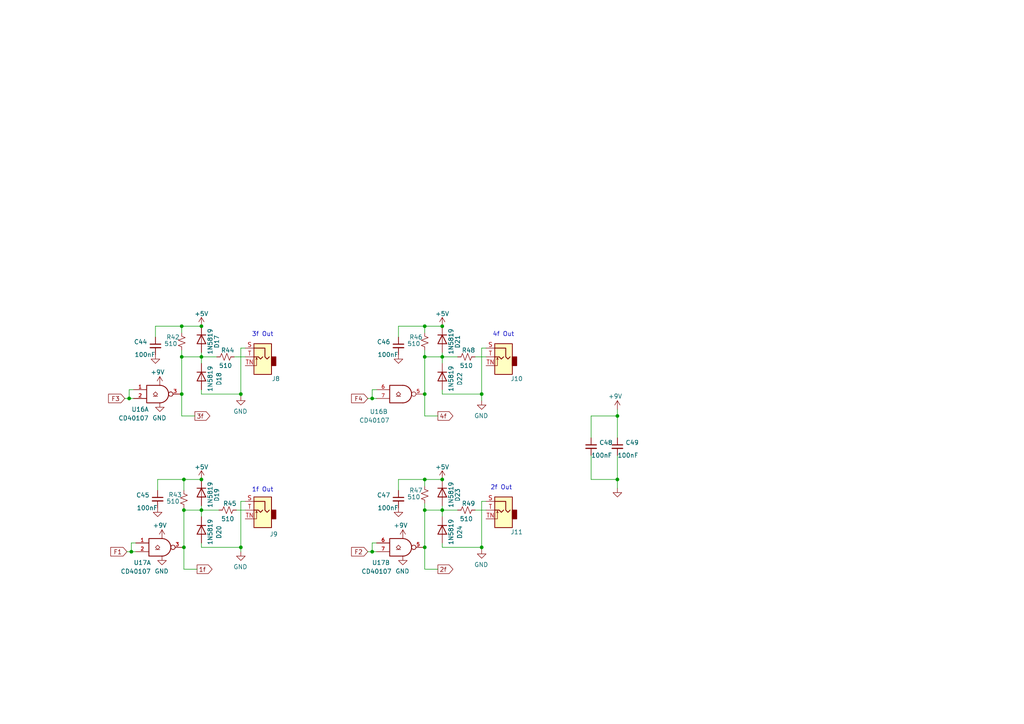
<source format=kicad_sch>
(kicad_sch (version 20211123) (generator eeschema)
  (paper "A4")
  (title_block (rev "1.0"))
  (lib_symbols
    (symbol "Connector:AudioJack2_SwitchT"
      (property "Reference" "J" (at 0 8.89 0))
      (property "Value" "AudioJack2_SwitchT" (at 0 6.35 0))
      (symbol "AudioJack2_SwitchT_0_1"
        (rectangle (start -2.54 0) (end -3.81 -2.54) (stroke (width 0.254)) (fill (type outline)))
        (polyline (pts (xy 1.778 -0.254) (xy 2.032 -0.762)))
        (polyline (pts (xy 0 0) (xy 0.635 -0.635) (xy 1.27 0) (xy 2.54 0)) (stroke (width 0.254)))
        (polyline (pts (xy 2.54 -2.54) (xy 1.778 -2.54) (xy 1.778 -0.254) (xy 1.524 -0.762)))
        (polyline (pts (xy 2.54 2.54) (xy -0.635 2.54) (xy -0.635 0) (xy -1.27 -0.635) (xy -1.905 0)) (stroke (width 0.254)))
        (rectangle (start 2.54 3.81) (end -2.54 -5.08) (stroke (width 0.254)) (fill (type background)))
      )
      (symbol "AudioJack2_SwitchT_1_1"
        (pin passive line (at 5.08 2.54 180) (length 2.54) (name "~") (number "S"))
        (pin passive line (at 5.08 0 180) (length 2.54) (name "~") (number "T"))
        (pin passive line (at 5.08 -2.54 180) (length 2.54) (name "~") (number "TN"))
      )
    )
    (symbol "Device:C_Small" (pin_numbers hide) (pin_names (offset 0.254) hide)
      (property "Reference" "C" (at 0.254 1.778 0))
      (property "Value" "C_Small" (at 0.254 -2.032 0))
      (symbol "C_Small_0_1"
        (polyline (pts (xy -1.524 -0.508) (xy 1.524 -0.508)) (stroke (width 0.3302)))
        (polyline (pts (xy -1.524 0.508) (xy 1.524 0.508)) (stroke (width 0.3048)))
      )
      (symbol "C_Small_1_1"
        (pin passive line (at 0 2.54 270) (length 2.032) (name "~") (number "1"))
        (pin passive line (at 0 -2.54 90) (length 2.032) (name "~") (number "2"))
      )
    )
    (symbol "Device:R_Small_US" (pin_numbers hide) (pin_names (offset 0.254) hide)
      (property "Reference" "R" (at 0.762 0.508 0))
      (property "Value" "R_Small_US" (at 0.762 -1.016 0))
      (symbol "R_Small_US_1_1"
        (polyline (pts (xy 0 0) (xy 1.016 -0.381) (xy 0 -0.762) (xy -1.016 -1.143) (xy 0 -1.524)))
        (polyline (pts (xy 0 1.524) (xy 1.016 1.143) (xy 0 0.762) (xy -1.016 0.381) (xy 0 0)))
        (pin passive line (at 0 2.54 270) (length 1.016) (name "~") (number "1"))
        (pin passive line (at 0 -2.54 90) (length 1.016) (name "~") (number "2"))
      )
    )
    (symbol "Diode:1N4148" (pin_numbers hide) (pin_names (offset 1.016) hide)
      (property "Reference" "D" (at 0 2.54 0))
      (property "Value" "1N4148" (at 0 -2.54 0))
      (symbol "1N4148_0_1"
        (polyline (pts (xy -1.27 1.27) (xy -1.27 -1.27)) (stroke (width 0.254)))
        (polyline (pts (xy 1.27 0) (xy -1.27 0)))
        (polyline (pts (xy 1.27 1.27) (xy 1.27 -1.27) (xy -1.27 0) (xy 1.27 1.27)) (stroke (width 0.254)))
      )
      (symbol "1N4148_1_1"
        (pin passive line (at -3.81 0 0) (length 2.54) (name "K") (number "1"))
        (pin passive line (at 3.81 0 180) (length 2.54) (name "A") (number "2"))
      )
    )
    (symbol "greenface-symbols:CD40107" (pin_names (offset 1.016))
      (property "Reference" "U" (at -2.54 3.81 0))
      (property "Value" "CD40107" (at 0 -3.81 0))
      (symbol "CD40107_0_1"
        (arc (start 0 -2.54) (mid 2.54 0) (end 0 2.54) (stroke (width 0.254)))
        (polyline (pts (xy -1.905 -0.635) (xy -0.635 -0.635)))
        (polyline (pts (xy 0 -2.54) (xy -3.81 -2.54) (xy -3.81 2.54) (xy 0 2.54)) (stroke (width 0.254)))
        (polyline (pts (xy -1.27 0.635) (xy -1.905 0) (xy -1.27 -0.635) (xy -0.635 0) (xy -1.27 0.635)))
        (pin power_in line (at 0 -2.54 270) (length 0) hide (name "GND") (number "4"))
        (pin power_in line (at 0 2.54 90) (length 0) hide (name "VCC") (number "8"))
      )
      (symbol "CD40107_1_1"
        (pin input line (at -7.62 1.27 0) (length 3.81) (name "~") (number "1"))
        (pin input line (at -7.62 -1.27 0) (length 3.81) (name "~") (number "2"))
        (pin open_collector inverted (at 6.35 0 180) (length 3.81) (name "~") (number "3"))
      )
      (symbol "CD40107_2_1"
        (pin open_collector inverted (at 6.35 0 180) (length 3.81) (name "~") (number "5"))
        (pin input line (at -7.62 1.27 0) (length 3.81) (name "~") (number "6"))
        (pin input line (at -7.62 -1.27 0) (length 3.81) (name "~") (number "7"))
      )
    )
    (symbol "power:+5V" (power) (pin_names (offset 0))
      (property "Value" "+5V" (at 0 3.556 0))
      (symbol "+5V_0_1"
        (polyline (pts (xy -0.762 1.27) (xy 0 2.54)))
        (polyline (pts (xy 0 0) (xy 0 2.54)))
        (polyline (pts (xy 0 2.54) (xy 0.762 1.27)))
      )
      (symbol "+5V_1_1"
        (pin power_in line (at 0 0 90) (length 0) hide (name "+5V") (number "1"))
      )
    )
    (symbol "power:+9V" (power) (pin_names (offset 0))
      (property "Value" "+9V" (at 0 3.556 0))
      (symbol "+9V_0_1"
        (polyline (pts (xy -0.762 1.27) (xy 0 2.54)))
        (polyline (pts (xy 0 0) (xy 0 2.54)))
        (polyline (pts (xy 0 2.54) (xy 0.762 1.27)))
      )
      (symbol "+9V_1_1"
        (pin power_in line (at 0 0 90) (length 0) hide (name "+9V") (number "1"))
      )
    )
    (symbol "power:GND" (power) (pin_names (offset 0))
      (property "Value" "GND" (at 0 -3.81 0))
      (symbol "GND_0_1"
        (polyline (pts (xy 0 0) (xy 0 -1.27) (xy 1.27 -1.27) (xy 0 -2.54) (xy -1.27 -1.27) (xy 0 -1.27)))
      )
      (symbol "GND_1_1"
        (pin power_in line (at 0 0 270) (length 0) hide (name "GND") (number "1"))
      )
    )
  )
  (junction (at 38.1 160.02))
  (junction (at 58.42 103.505))
  (junction (at 52.705 114.3))
  (junction (at 123.19 139.065))
  (junction (at 107.95 160.02))
  (junction (at 53.34 139.065))
  (junction (at 179.07 120.65))
  (junction (at 123.19 147.955))
  (junction (at 69.85 158.75))
  (junction (at 139.7 158.75))
  (junction (at 52.705 103.505))
  (junction (at 58.42 139.065))
  (junction (at 128.27 103.505))
  (junction (at 37.465 115.57))
  (junction (at 139.7 114.3))
  (junction (at 123.19 103.505))
  (junction (at 53.34 147.955))
  (junction (at 123.19 158.75))
  (junction (at 58.42 94.615))
  (junction (at 52.705 94.615))
  (junction (at 58.42 147.955))
  (junction (at 179.07 139.065))
  (junction (at 128.27 147.955))
  (junction (at 107.95 115.57))
  (junction (at 69.85 114.3))
  (junction (at 123.19 114.3))
  (junction (at 53.34 158.75))
  (junction (at 128.27 94.615))
  (junction (at 128.27 139.065))
  (junction (at 123.19 94.615))
  (wire (pts (xy 139.7 114.3) (xy 139.7 116.205)))
  (wire (pts (xy 115.57 97.79) (xy 115.57 94.615)))
  (wire (pts (xy 39.37 157.48) (xy 38.1 157.48)))
  (wire (pts (xy 123.19 165.1) (xy 123.19 158.75)))
  (wire (pts (xy 128.27 102.235) (xy 128.27 103.505)))
  (wire (pts (xy 128.27 103.505) (xy 132.715 103.505)))
  (wire (pts (xy 58.42 158.75) (xy 69.85 158.75)))
  (wire (pts (xy 123.19 103.505) (xy 128.27 103.505)))
  (wire (pts (xy 128.27 103.505) (xy 128.27 105.41)))
  (wire (pts (xy 52.705 103.505) (xy 52.705 114.3)))
  (wire (pts (xy 123.19 140.97) (xy 123.19 139.065)))
  (wire (pts (xy 115.57 142.24) (xy 115.57 139.065)))
  (wire (pts (xy 38.1 160.02) (xy 39.37 160.02)))
  (wire (pts (xy 123.19 94.615) (xy 128.27 94.615)))
  (wire (pts (xy 45.72 139.065) (xy 53.34 139.065)))
  (wire (pts (xy 58.42 147.955) (xy 63.5 147.955)))
  (wire (pts (xy 128.27 113.03) (xy 128.27 114.3)))
  (wire (pts (xy 109.22 113.03) (xy 107.95 113.03)))
  (wire (pts (xy 58.42 146.685) (xy 58.42 147.955)))
  (wire (pts (xy 127 120.65) (xy 123.19 120.65)))
  (wire (pts (xy 38.1 157.48) (xy 38.1 160.02)))
  (wire (pts (xy 58.42 114.3) (xy 69.85 114.3)))
  (wire (pts (xy 128.27 147.955) (xy 132.715 147.955)))
  (wire (pts (xy 58.42 157.48) (xy 58.42 158.75)))
  (wire (pts (xy 37.465 115.57) (xy 38.735 115.57)))
  (wire (pts (xy 69.85 100.965) (xy 69.85 114.3)))
  (wire (pts (xy 53.34 147.955) (xy 58.42 147.955)))
  (wire (pts (xy 123.19 147.955) (xy 128.27 147.955)))
  (wire (pts (xy 179.07 118.745) (xy 179.07 120.65)))
  (wire (pts (xy 67.945 103.505) (xy 71.12 103.505)))
  (wire (pts (xy 123.19 139.065) (xy 128.27 139.065)))
  (wire (pts (xy 53.34 165.1) (xy 53.34 158.75)))
  (wire (pts (xy 53.34 147.32) (xy 53.34 147.955)))
  (wire (pts (xy 128.27 157.48) (xy 128.27 158.75)))
  (wire (pts (xy 37.465 113.03) (xy 37.465 115.57)))
  (wire (pts (xy 106.68 115.57) (xy 107.95 115.57)))
  (wire (pts (xy 45.085 94.615) (xy 52.705 94.615)))
  (wire (pts (xy 128.27 114.3) (xy 139.7 114.3)))
  (wire (pts (xy 53.34 142.24) (xy 53.34 139.065)))
  (wire (pts (xy 71.12 145.415) (xy 69.85 145.415)))
  (wire (pts (xy 57.15 165.1) (xy 53.34 165.1)))
  (wire (pts (xy 68.58 147.955) (xy 71.12 147.955)))
  (wire (pts (xy 53.34 139.065) (xy 58.42 139.065)))
  (wire (pts (xy 52.705 120.65) (xy 52.705 114.3)))
  (wire (pts (xy 179.07 132.08) (xy 179.07 139.065)))
  (wire (pts (xy 171.45 132.08) (xy 171.45 139.065)))
  (wire (pts (xy 58.42 103.505) (xy 58.42 105.41)))
  (wire (pts (xy 139.7 145.415) (xy 139.7 158.75)))
  (wire (pts (xy 171.45 139.065) (xy 179.07 139.065)))
  (wire (pts (xy 58.42 147.955) (xy 58.42 149.86)))
  (wire (pts (xy 179.07 120.65) (xy 179.07 127)))
  (wire (pts (xy 52.705 96.52) (xy 52.705 94.615)))
  (wire (pts (xy 107.95 157.48) (xy 107.95 160.02)))
  (wire (pts (xy 38.735 113.03) (xy 37.465 113.03)))
  (wire (pts (xy 36.83 160.02) (xy 38.1 160.02)))
  (wire (pts (xy 139.7 158.75) (xy 139.7 159.385)))
  (wire (pts (xy 137.795 103.505) (xy 140.97 103.505)))
  (wire (pts (xy 52.705 103.505) (xy 58.42 103.505)))
  (wire (pts (xy 140.97 100.965) (xy 139.7 100.965)))
  (wire (pts (xy 123.19 146.05) (xy 123.19 147.955)))
  (wire (pts (xy 127 165.1) (xy 123.19 165.1)))
  (wire (pts (xy 123.19 103.505) (xy 123.19 114.3)))
  (wire (pts (xy 128.27 158.75) (xy 139.7 158.75)))
  (wire (pts (xy 53.34 147.955) (xy 53.34 158.75)))
  (wire (pts (xy 69.85 114.3) (xy 69.85 114.935)))
  (wire (pts (xy 179.07 139.065) (xy 179.07 141.605)))
  (wire (pts (xy 137.795 147.955) (xy 140.97 147.955)))
  (wire (pts (xy 140.97 145.415) (xy 139.7 145.415)))
  (wire (pts (xy 107.95 160.02) (xy 109.22 160.02)))
  (wire (pts (xy 106.68 160.02) (xy 107.95 160.02)))
  (wire (pts (xy 107.95 115.57) (xy 109.22 115.57)))
  (wire (pts (xy 171.45 120.65) (xy 171.45 127)))
  (wire (pts (xy 69.85 145.415) (xy 69.85 158.75)))
  (wire (pts (xy 128.27 147.955) (xy 128.27 149.86)))
  (wire (pts (xy 171.45 120.65) (xy 179.07 120.65)))
  (wire (pts (xy 107.95 113.03) (xy 107.95 115.57)))
  (wire (pts (xy 71.12 100.965) (xy 69.85 100.965)))
  (wire (pts (xy 52.705 101.6) (xy 52.705 103.505)))
  (wire (pts (xy 115.57 139.065) (xy 123.19 139.065)))
  (wire (pts (xy 58.42 102.235) (xy 58.42 103.505)))
  (wire (pts (xy 52.705 94.615) (xy 58.42 94.615)))
  (wire (pts (xy 45.085 97.79) (xy 45.085 94.615)))
  (wire (pts (xy 123.19 120.65) (xy 123.19 114.3)))
  (wire (pts (xy 128.27 146.685) (xy 128.27 147.955)))
  (wire (pts (xy 109.22 157.48) (xy 107.95 157.48)))
  (wire (pts (xy 115.57 94.615) (xy 123.19 94.615)))
  (wire (pts (xy 58.42 103.505) (xy 62.865 103.505)))
  (wire (pts (xy 123.19 96.52) (xy 123.19 94.615)))
  (wire (pts (xy 45.72 142.24) (xy 45.72 139.065)))
  (wire (pts (xy 123.19 147.955) (xy 123.19 158.75)))
  (wire (pts (xy 139.7 100.965) (xy 139.7 114.3)))
  (wire (pts (xy 123.19 101.6) (xy 123.19 103.505)))
  (wire (pts (xy 69.85 158.75) (xy 69.85 160.02)))
  (wire (pts (xy 56.515 120.65) (xy 52.705 120.65)))
  (wire (pts (xy 58.42 113.03) (xy 58.42 114.3)))
  (wire (pts (xy 36.195 115.57) (xy 37.465 115.57)))
  (text "2f Out" (at 142.24 142.24 0) (effects (font (size 1.27 1.27)) (justify left bottom)))
  (text "4f Out" (at 142.875 97.79 0) (effects (font (size 1.27 1.27)) (justify left bottom)))
  (text "3f Out" (at 73.025 97.79 0) (effects (font (size 1.27 1.27)) (justify left bottom)))
  (text "1f Out" (at 73.025 142.875 0) (effects (font (size 1.27 1.27)) (justify left bottom)))
  (global_label "F3" (shape input) (at 36.195 115.57 180) (property "Intersheet References" "${INTERSHEET_REFS}" (effects hide)))
  (global_label "2f" (shape output) (at 127 165.1 0) (property "Intersheet References" "${INTERSHEET_REFS}" (effects hide)))
  (global_label "4f" (shape output) (at 127 120.65 0) (property "Intersheet References" "${INTERSHEET_REFS}" (effects hide)))
  (global_label "F2" (shape input) (at 106.68 160.02 180) (property "Intersheet References" "${INTERSHEET_REFS}" (effects hide)))
  (global_label "F1" (shape input) (at 36.83 160.02 180) (property "Intersheet References" "${INTERSHEET_REFS}" (effects hide)))
  (global_label "3f" (shape output) (at 56.515 120.65 0) (property "Intersheet References" "${INTERSHEET_REFS}" (effects hide)))
  (global_label "F4" (shape input) (at 106.68 115.57 180) (property "Intersheet References" "${INTERSHEET_REFS}" (effects hide)))
  (global_label "1f" (shape output) (at 57.15 165.1 0) (property "Intersheet References" "${INTERSHEET_REFS}" (effects hide)))
  (symbol (lib_id "greenface-symbols:CD40107") (at 46.355 114.3 0) (unit 1)
    (property "Reference" "U16" (at 40.64 118.745 0))
    (property "Value" "CD40107" (at 38.735 121.285 0))
    (property "Footprint" "Package_SO:SOIC-8_3.9x4.9mm_P1.27mm" (effects hide))
    (property "Datasheet" "http://www.ti.com/lit/sg/scyt129e/scyt129e.pdf" (effects hide))
    (property "LCSC Part #" "C2691402" (effects hide))
    (property "Digi-Key Part" "296-31481-1-ND" (effects hide))
  )
  (symbol (lib_id "greenface-symbols:CD40107") (at 116.84 158.75 0) (unit 2)
    (property "Reference" "U17" (at 110.49 163.195 0))
    (property "Value" "CD40107" (at 109.22 165.735 0))
    (property "Footprint" "Package_SO:SOIC-8_3.9x4.9mm_P1.27mm" (effects hide))
    (property "Datasheet" "http://www.ti.com/lit/sg/scyt129e/scyt129e.pdf" (effects hide))
    (property "LCSC Part #" "C2691402" (effects hide))
    (property "Digi-Key Part" "296-31481-1-ND" (effects hide))
  )
  (symbol (lib_id "Device:R_Small_US") (at 65.405 103.505 270) (unit 1)
    (property "Reference" "R44" (at 66.04 101.6 90))
    (property "Value" "510" (at 65.405 106.045 90))
    (property "Footprint" "Resistor_SMD:R_0805_2012Metric_Pad1.20x1.40mm_HandSolder" (effects hide))
    (property "Digi-Key Part" "CRT0805-FZ-1002ELFCT-ND" (effects hide))
    (property "LCSC Part #" "C2842425" (effects hide))
  )
  (symbol (lib_id "Device:R_Small_US") (at 123.19 99.06 180) (unit 1)
    (property "Reference" "R46" (at 120.65 97.79 0))
    (property "Value" "510" (at 120.015 99.695 0))
    (property "Footprint" "Resistor_SMD:R_0805_2012Metric_Pad1.20x1.40mm_HandSolder" (effects hide))
    (property "Digi-Key Part" "PPC470W-1CT-ND" (effects hide))
    (property "LCSC Part #" "C2842425" (effects hide))
  )
  (symbol (lib_id "Diode:1N4148") (at 58.42 142.875 270) (unit 1)
    (property "Reference" "D19" (at 62.865 141.605 0) (effects (justify left)))
    (property "Value" "1N5819" (at 60.96 139.7 0) (effects (justify left)))
    (property "Footprint" "Diode_SMD:D_SOD-323_HandSoldering" (effects hide))
    (property "Digi-Key Part" "478-7800-1-ND" (effects hide))
    (property "LCSC Part #" "C191023" (effects hide))
  )
  (symbol (lib_id "Device:C_Small") (at 115.57 100.33 0) (mirror y) (unit 1)
    (property "Reference" "C46" (at 113.2332 99.1616 0) (effects (justify left)))
    (property "Value" "100nF" (at 115.57 102.87 0) (effects (justify left)))
    (property "Footprint" "Capacitor_SMD:C_0805_2012Metric_Pad1.18x1.45mm_HandSolder" (effects hide))
    (property "Datasheet" "http://datasheets.avx.com/SR-Series.pdf" (effects hide))
    (property "Digi-Key Part" "478-10836-1-ND" (effects hide))
    (property "LCSC Part #" "C49678" (effects hide))
  )
  (symbol (lib_id "Device:C_Small") (at 45.085 100.33 0) (mirror y) (unit 1)
    (property "Reference" "C44" (at 42.7482 99.1616 0) (effects (justify left)))
    (property "Value" "100nF" (at 45.085 102.87 0) (effects (justify left)))
    (property "Footprint" "Capacitor_SMD:C_0805_2012Metric_Pad1.18x1.45mm_HandSolder" (effects hide))
    (property "Datasheet" "http://datasheets.avx.com/SR-Series.pdf" (effects hide))
    (property "Digi-Key Part" "478-10836-1-ND" (effects hide))
    (property "LCSC Part #" "C49678" (effects hide))
  )
  (symbol (lib_id "Connector:AudioJack2_SwitchT") (at 76.2 147.955 0) (mirror y) (unit 1)
    (property "Reference" "J9" (at 79.375 154.94 0))
    (property "Value" "3.5mm Jack" (effects hide))
    (property "Footprint" "audio jacks:Jack_3.5mm_QingPu_WQP-PJ398SM_Vertical" (effects hide))
    (property "Digi-Key Part" "WM17366-ND" (effects hide))
  )
  (symbol (lib_id "power:+5V") (at 58.42 139.065 0) (unit 1)
    (property "Reference" "#PWR088" (effects hide))
    (property "Value" "+5V" (at 58.42 135.4605 0))
  )
  (symbol (lib_id "power:+9V") (at 179.07 118.745 0) (unit 1)
    (property "Reference" "#PWR099" (effects hide))
    (property "Value" "+9V" (at 178.435 114.935 0))
  )
  (symbol (lib_id "greenface-symbols:CD40107") (at 46.99 158.75 0) (unit 1)
    (property "Reference" "U17" (at 41.275 163.195 0))
    (property "Value" "CD40107" (at 39.37 165.735 0))
    (property "Footprint" "Package_SO:SOIC-8_3.9x4.9mm_P1.27mm" (effects hide))
    (property "Datasheet" "http://www.ti.com/lit/sg/scyt129e/scyt129e.pdf" (effects hide))
    (property "LCSC Part #" "C2691402" (effects hide))
    (property "Digi-Key Part" "296-31481-1-ND" (effects hide))
  )
  (symbol (lib_id "power:+9V") (at 116.84 156.21 0) (unit 1)
    (property "Reference" "#PWR093" (effects hide))
    (property "Value" "+9V" (at 116.205 152.4 0))
  )
  (symbol (lib_id "greenface-symbols:CD40107") (at 116.84 114.3 0) (unit 2)
    (property "Reference" "U16" (at 109.855 119.38 0))
    (property "Value" "CD40107" (at 108.585 121.92 0))
    (property "Footprint" "Package_SO:SOIC-8_3.9x4.9mm_P1.27mm" (effects hide))
    (property "Datasheet" "http://www.ti.com/lit/sg/scyt129e/scyt129e.pdf" (effects hide))
    (property "LCSC Part #" "C2691402" (effects hide))
    (property "Digi-Key Part" "296-31481-1-ND" (effects hide))
  )
  (symbol (lib_id "power:GND") (at 46.99 161.29 0) (mirror y) (unit 1)
    (property "Reference" "#PWR086" (effects hide))
    (property "Value" "GND" (at 46.863 165.6842 0))
  )
  (symbol (lib_id "Connector:AudioJack2_SwitchT") (at 76.2 103.505 0) (mirror y) (unit 1)
    (property "Reference" "J8" (at 80.01 109.855 0))
    (property "Value" "3.5mm Jack" (effects hide))
    (property "Footprint" "audio jacks:Jack_3.5mm_QingPu_WQP-PJ398SM_Vertical" (effects hide))
    (property "Digi-Key Part" "WM17366-ND" (effects hide))
  )
  (symbol (lib_id "power:+9V") (at 46.355 111.76 0) (unit 1)
    (property "Reference" "#PWR083" (effects hide))
    (property "Value" "+9V" (at 45.72 107.95 0))
  )
  (symbol (lib_id "power:GND") (at 179.07 141.605 0) (unit 1)
    (property "Reference" "#PWR0100" (effects hide))
    (property "Value" "GND" (effects hide))
  )
  (symbol (lib_id "power:GND") (at 139.7 159.385 0) (mirror y) (unit 1)
    (property "Reference" "#PWR097" (effects hide))
    (property "Value" "GND" (at 139.573 163.7792 0))
  )
  (symbol (lib_id "Diode:1N4148") (at 128.27 153.67 270) (unit 1)
    (property "Reference" "D24" (at 133.35 152.4 0) (effects (justify left)))
    (property "Value" "1N5819" (at 130.81 150.495 0) (effects (justify left)))
    (property "Footprint" "Diode_SMD:D_SOD-323_HandSoldering" (effects hide))
    (property "Digi-Key Part" "478-7800-1-ND" (effects hide))
    (property "LCSC Part #" "C191023" (effects hide))
  )
  (symbol (lib_id "power:GND") (at 45.72 147.32 0) (mirror y) (unit 1)
    (property "Reference" "#PWR082" (effects hide))
    (property "Value" "GND" (effects hide))
  )
  (symbol (lib_id "power:+5V") (at 128.27 94.615 0) (unit 1)
    (property "Reference" "#PWR095" (effects hide))
    (property "Value" "+5V" (at 128.27 91.0105 0))
  )
  (symbol (lib_id "Device:R_Small_US") (at 53.34 144.78 180) (unit 1)
    (property "Reference" "R43" (at 50.8 143.51 0))
    (property "Value" "510" (at 50.165 145.415 0))
    (property "Footprint" "Resistor_SMD:R_0805_2012Metric_Pad1.20x1.40mm_HandSolder" (effects hide))
    (property "Digi-Key Part" "PPC470W-1CT-ND" (effects hide))
    (property "LCSC Part #" "C2842425" (effects hide))
  )
  (symbol (lib_id "power:GND") (at 69.85 114.935 0) (mirror y) (unit 1)
    (property "Reference" "#PWR089" (effects hide))
    (property "Value" "GND" (at 69.723 119.3292 0))
  )
  (symbol (lib_id "power:+9V") (at 46.99 156.21 0) (unit 1)
    (property "Reference" "#PWR085" (effects hide))
    (property "Value" "+9V" (at 46.355 152.4 0))
  )
  (symbol (lib_id "power:GND") (at 115.57 102.87 0) (mirror y) (unit 1)
    (property "Reference" "#PWR091" (effects hide))
    (property "Value" "GND" (effects hide))
  )
  (symbol (lib_id "power:GND") (at 115.57 147.32 0) (mirror y) (unit 1)
    (property "Reference" "#PWR092" (effects hide))
    (property "Value" "GND" (effects hide))
  )
  (symbol (lib_id "power:GND") (at 139.7 116.205 0) (mirror y) (unit 1)
    (property "Reference" "#PWR098" (effects hide))
    (property "Value" "GND" (at 139.573 120.5992 0))
  )
  (symbol (lib_id "Diode:1N4148") (at 58.42 98.425 270) (unit 1)
    (property "Reference" "D17" (at 62.865 97.155 0) (effects (justify left)))
    (property "Value" "1N5819" (at 60.96 95.25 0) (effects (justify left)))
    (property "Footprint" "Diode_SMD:D_SOD-323_HandSoldering" (effects hide))
    (property "Digi-Key Part" "478-7800-1-ND" (effects hide))
    (property "LCSC Part #" "C191023" (effects hide))
  )
  (symbol (lib_id "Diode:1N4148") (at 58.42 109.22 270) (unit 1)
    (property "Reference" "D18" (at 63.5 107.95 0) (effects (justify left)))
    (property "Value" "1N5819" (at 60.96 106.045 0) (effects (justify left)))
    (property "Footprint" "Diode_SMD:D_SOD-323_HandSoldering" (effects hide))
    (property "Digi-Key Part" "478-7800-1-ND" (effects hide))
    (property "LCSC Part #" "C191023" (effects hide))
  )
  (symbol (lib_id "power:GND") (at 45.085 102.87 0) (mirror y) (unit 1)
    (property "Reference" "#PWR081" (effects hide))
    (property "Value" "GND" (effects hide))
  )
  (symbol (lib_id "Device:R_Small_US") (at 66.04 147.955 270) (unit 1)
    (property "Reference" "R45" (at 66.675 146.05 90))
    (property "Value" "510" (at 66.04 150.495 90))
    (property "Footprint" "Resistor_SMD:R_0805_2012Metric_Pad1.20x1.40mm_HandSolder" (effects hide))
    (property "Digi-Key Part" "CRT0805-FZ-1002ELFCT-ND" (effects hide))
    (property "LCSC Part #" "C2842425" (effects hide))
  )
  (symbol (lib_id "power:+5V") (at 128.27 139.065 0) (unit 1)
    (property "Reference" "#PWR096" (effects hide))
    (property "Value" "+5V" (at 128.27 135.4605 0))
  )
  (symbol (lib_id "Connector:AudioJack2_SwitchT") (at 146.05 103.505 0) (mirror y) (unit 1)
    (property "Reference" "J10" (at 149.86 109.855 0))
    (property "Value" "3.5mm Jack" (effects hide))
    (property "Footprint" "audio jacks:Jack_3.5mm_QingPu_WQP-PJ398SM_Vertical" (effects hide))
    (property "Digi-Key Part" "WM17366-ND" (effects hide))
  )
  (symbol (lib_id "Device:R_Small_US") (at 52.705 99.06 180) (unit 1)
    (property "Reference" "R42" (at 50.165 97.79 0))
    (property "Value" "510" (at 49.53 99.695 0))
    (property "Footprint" "Resistor_SMD:R_0805_2012Metric_Pad1.20x1.40mm_HandSolder" (effects hide))
    (property "Digi-Key Part" "PPC470W-1CT-ND" (effects hide))
    (property "LCSC Part #" "C2842425" (effects hide))
  )
  (symbol (lib_id "power:GND") (at 69.85 160.02 0) (mirror y) (unit 1)
    (property "Reference" "#PWR090" (effects hide))
    (property "Value" "GND" (at 69.723 164.4142 0))
  )
  (symbol (lib_id "power:GND") (at 46.355 116.84 0) (mirror y) (unit 1)
    (property "Reference" "#PWR084" (effects hide))
    (property "Value" "GND" (at 46.228 121.2342 0))
  )
  (symbol (lib_id "Device:R_Small_US") (at 123.19 143.51 180) (unit 1)
    (property "Reference" "R47" (at 120.65 142.24 0))
    (property "Value" "510" (at 120.015 144.145 0))
    (property "Footprint" "Resistor_SMD:R_0805_2012Metric_Pad1.20x1.40mm_HandSolder" (effects hide))
    (property "Digi-Key Part" "PPC470W-1CT-ND" (effects hide))
    (property "LCSC Part #" "C2842425" (effects hide))
  )
  (symbol (lib_id "Device:C_Small") (at 179.07 129.54 0) (unit 1)
    (property "Reference" "C49" (at 181.4068 128.3716 0) (effects (justify left)))
    (property "Value" "100nF" (at 179.07 132.08 0) (effects (justify left)))
    (property "Footprint" "Capacitor_SMD:C_0805_2012Metric_Pad1.18x1.45mm_HandSolder" (effects hide))
    (property "Datasheet" "http://datasheets.avx.com/SR-Series.pdf" (effects hide))
    (property "Digi-Key Part" "478-10836-1-ND" (effects hide))
    (property "LCSC Part #" "C49678" (effects hide))
  )
  (symbol (lib_id "Diode:1N4148") (at 128.27 109.22 270) (unit 1)
    (property "Reference" "D22" (at 133.35 107.95 0) (effects (justify left)))
    (property "Value" "1N5819" (at 130.81 106.045 0) (effects (justify left)))
    (property "Footprint" "Diode_SMD:D_SOD-323_HandSoldering" (effects hide))
    (property "Digi-Key Part" "478-7800-1-ND" (effects hide))
    (property "LCSC Part #" "C191023" (effects hide))
  )
  (symbol (lib_id "Diode:1N4148") (at 128.27 142.875 270) (unit 1)
    (property "Reference" "D23" (at 132.715 141.605 0) (effects (justify left)))
    (property "Value" "1N5819" (at 130.81 139.7 0) (effects (justify left)))
    (property "Footprint" "Diode_SMD:D_SOD-323_HandSoldering" (effects hide))
    (property "Digi-Key Part" "478-7800-1-ND" (effects hide))
    (property "LCSC Part #" "C191023" (effects hide))
  )
  (symbol (lib_id "Connector:AudioJack2_SwitchT") (at 146.05 147.955 0) (mirror y) (unit 1)
    (property "Reference" "J11" (at 149.86 154.305 0))
    (property "Value" "3.5mm Jack" (effects hide))
    (property "Footprint" "audio jacks:Jack_3.5mm_QingPu_WQP-PJ398SM_Vertical" (effects hide))
    (property "Digi-Key Part" "WM17366-ND" (effects hide))
  )
  (symbol (lib_id "Device:C_Small") (at 115.57 144.78 0) (mirror y) (unit 1)
    (property "Reference" "C47" (at 113.2332 143.6116 0) (effects (justify left)))
    (property "Value" "100nF" (at 115.57 147.32 0) (effects (justify left)))
    (property "Footprint" "Capacitor_SMD:C_0805_2012Metric_Pad1.18x1.45mm_HandSolder" (effects hide))
    (property "Datasheet" "http://datasheets.avx.com/SR-Series.pdf" (effects hide))
    (property "Digi-Key Part" "478-10836-1-ND" (effects hide))
    (property "LCSC Part #" "C49678" (effects hide))
  )
  (symbol (lib_id "Device:C_Small") (at 45.72 144.78 0) (mirror y) (unit 1)
    (property "Reference" "C45" (at 43.3832 143.6116 0) (effects (justify left)))
    (property "Value" "100nF" (at 45.72 147.32 0) (effects (justify left)))
    (property "Footprint" "Capacitor_SMD:C_0805_2012Metric_Pad1.18x1.45mm_HandSolder" (effects hide))
    (property "Datasheet" "http://datasheets.avx.com/SR-Series.pdf" (effects hide))
    (property "Digi-Key Part" "478-10836-1-ND" (effects hide))
    (property "LCSC Part #" "C49678" (effects hide))
  )
  (symbol (lib_id "Device:R_Small_US") (at 135.255 147.955 270) (unit 1)
    (property "Reference" "R49" (at 135.89 146.05 90))
    (property "Value" "510" (at 135.255 150.495 90))
    (property "Footprint" "Resistor_SMD:R_0805_2012Metric_Pad1.20x1.40mm_HandSolder" (effects hide))
    (property "Digi-Key Part" "CRT0805-FZ-1002ELFCT-ND" (effects hide))
    (property "LCSC Part #" "C2842425" (effects hide))
  )
  (symbol (lib_id "Diode:1N4148") (at 58.42 153.67 270) (unit 1)
    (property "Reference" "D20" (at 63.5 152.4 0) (effects (justify left)))
    (property "Value" "1N5819" (at 60.96 150.495 0) (effects (justify left)))
    (property "Footprint" "Diode_SMD:D_SOD-323_HandSoldering" (effects hide))
    (property "Digi-Key Part" "478-7800-1-ND" (effects hide))
    (property "LCSC Part #" "C191023" (effects hide))
  )
  (symbol (lib_id "Device:R_Small_US") (at 135.255 103.505 270) (unit 1)
    (property "Reference" "R48" (at 135.89 101.6 90))
    (property "Value" "510" (at 135.255 106.045 90))
    (property "Footprint" "Resistor_SMD:R_0805_2012Metric_Pad1.20x1.40mm_HandSolder" (effects hide))
    (property "Digi-Key Part" "CRT0805-FZ-1002ELFCT-ND" (effects hide))
    (property "LCSC Part #" "C2842425" (effects hide))
  )
  (symbol (lib_id "Diode:1N4148") (at 128.27 98.425 270) (unit 1)
    (property "Reference" "D21" (at 132.715 97.155 0) (effects (justify left)))
    (property "Value" "1N5819" (at 130.81 95.25 0) (effects (justify left)))
    (property "Footprint" "Diode_SMD:D_SOD-323_HandSoldering" (effects hide))
    (property "Digi-Key Part" "478-7800-1-ND" (effects hide))
    (property "LCSC Part #" "C191023" (effects hide))
  )
  (symbol (lib_id "power:GND") (at 116.84 161.29 0) (mirror y) (unit 1)
    (property "Reference" "#PWR094" (effects hide))
    (property "Value" "GND" (at 116.713 165.6842 0))
  )
  (symbol (lib_id "power:+5V") (at 58.42 94.615 0) (unit 1)
    (property "Reference" "#PWR087" (effects hide))
    (property "Value" "+5V" (at 58.42 91.0105 0))
  )
  (symbol (lib_id "Device:C_Small") (at 171.45 129.54 0) (unit 1)
    (property "Reference" "C48" (at 173.7868 128.3716 0) (effects (justify left)))
    (property "Value" "100nF" (at 171.45 132.08 0) (effects (justify left)))
    (property "Footprint" "Capacitor_SMD:C_0805_2012Metric_Pad1.18x1.45mm_HandSolder" (effects hide))
    (property "Datasheet" "http://datasheets.avx.com/SR-Series.pdf" (effects hide))
    (property "Digi-Key Part" "478-10836-1-ND" (effects hide))
    (property "LCSC Part #" "C49678" (effects hide))
  )
)
</source>
